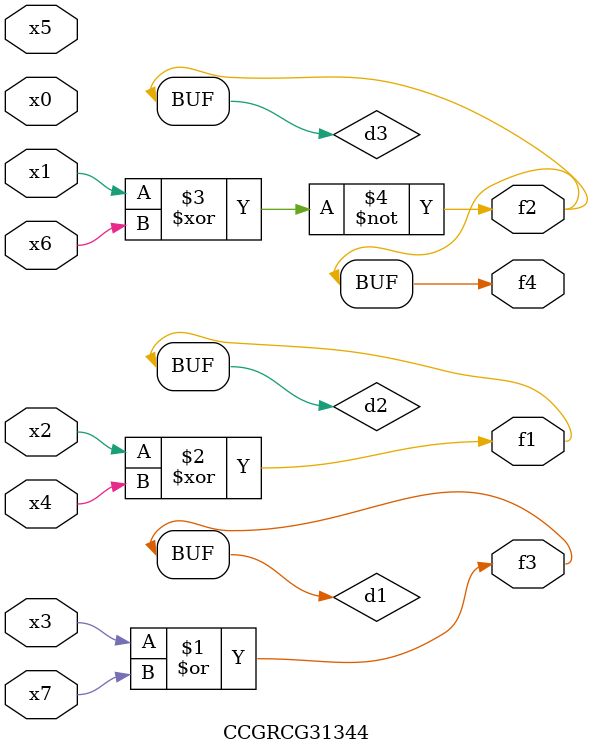
<source format=v>
module CCGRCG31344(
	input x0, x1, x2, x3, x4, x5, x6, x7,
	output f1, f2, f3, f4
);

	wire d1, d2, d3;

	or (d1, x3, x7);
	xor (d2, x2, x4);
	xnor (d3, x1, x6);
	assign f1 = d2;
	assign f2 = d3;
	assign f3 = d1;
	assign f4 = d3;
endmodule

</source>
